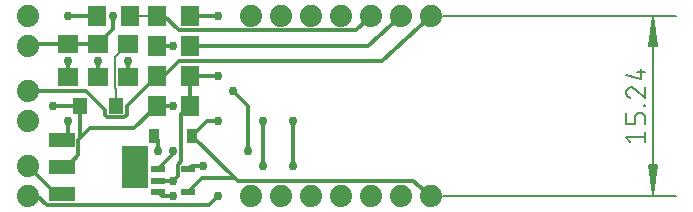
<source format=gbr>
G04 EAGLE Gerber RS-274X export*
G75*
%MOMM*%
%FSLAX34Y34*%
%LPD*%
%INTop Copper*%
%IPPOS*%
%AMOC8*
5,1,8,0,0,1.08239X$1,22.5*%
G01*
%ADD10C,0.130000*%
%ADD11C,0.152400*%
%ADD12R,0.910000X1.220000*%
%ADD13C,1.879600*%
%ADD14R,2.235200X1.219200*%
%ADD15R,2.200000X3.600000*%
%ADD16R,1.200000X0.550000*%
%ADD17R,1.200000X1.400000*%
%ADD18R,1.600000X1.800000*%
%ADD19R,1.800000X1.600000*%
%ADD20C,0.304800*%
%ADD21C,0.756400*%


D10*
X381000Y203200D02*
X578300Y203200D01*
X578300Y50800D02*
X381000Y50800D01*
X558800Y51450D02*
X558800Y202550D01*
X555608Y177200D01*
X561992Y177200D01*
X558800Y202550D01*
X557500Y177200D01*
X560100Y177200D02*
X558800Y202550D01*
X556200Y177200D01*
X561400Y177200D02*
X558800Y202550D01*
X555608Y76800D02*
X558800Y51450D01*
X555608Y76800D02*
X561992Y76800D01*
X558800Y51450D01*
X557500Y76800D01*
X560100Y76800D02*
X558800Y51450D01*
X556200Y76800D01*
X561400Y76800D02*
X558800Y51450D01*
D11*
X539649Y95941D02*
X536037Y100457D01*
X552293Y100457D01*
X552293Y104972D02*
X552293Y95941D01*
X552293Y111573D02*
X552293Y116991D01*
X552291Y117109D01*
X552285Y117227D01*
X552276Y117345D01*
X552262Y117462D01*
X552245Y117579D01*
X552224Y117696D01*
X552199Y117811D01*
X552170Y117926D01*
X552137Y118040D01*
X552101Y118152D01*
X552061Y118263D01*
X552018Y118373D01*
X551971Y118482D01*
X551921Y118589D01*
X551866Y118694D01*
X551809Y118797D01*
X551748Y118898D01*
X551684Y118998D01*
X551617Y119095D01*
X551547Y119190D01*
X551473Y119282D01*
X551397Y119373D01*
X551317Y119460D01*
X551235Y119545D01*
X551150Y119627D01*
X551063Y119707D01*
X550972Y119783D01*
X550880Y119857D01*
X550785Y119927D01*
X550688Y119994D01*
X550588Y120058D01*
X550487Y120119D01*
X550384Y120176D01*
X550279Y120231D01*
X550172Y120281D01*
X550063Y120328D01*
X549953Y120371D01*
X549842Y120411D01*
X549730Y120447D01*
X549616Y120480D01*
X549501Y120509D01*
X549386Y120534D01*
X549269Y120555D01*
X549152Y120572D01*
X549035Y120586D01*
X548917Y120595D01*
X548799Y120601D01*
X548681Y120603D01*
X548681Y120604D02*
X546874Y120604D01*
X546874Y120603D02*
X546756Y120601D01*
X546638Y120595D01*
X546520Y120586D01*
X546403Y120572D01*
X546286Y120555D01*
X546169Y120534D01*
X546054Y120509D01*
X545939Y120480D01*
X545825Y120447D01*
X545713Y120411D01*
X545602Y120371D01*
X545492Y120328D01*
X545383Y120281D01*
X545276Y120231D01*
X545171Y120176D01*
X545068Y120119D01*
X544967Y120058D01*
X544867Y119994D01*
X544770Y119927D01*
X544675Y119857D01*
X544583Y119783D01*
X544492Y119707D01*
X544405Y119627D01*
X544320Y119545D01*
X544238Y119460D01*
X544158Y119373D01*
X544082Y119282D01*
X544008Y119190D01*
X543938Y119095D01*
X543871Y118998D01*
X543807Y118898D01*
X543746Y118797D01*
X543689Y118694D01*
X543634Y118589D01*
X543584Y118482D01*
X543537Y118373D01*
X543494Y118263D01*
X543454Y118152D01*
X543418Y118040D01*
X543385Y117926D01*
X543356Y117811D01*
X543331Y117696D01*
X543310Y117579D01*
X543293Y117462D01*
X543279Y117345D01*
X543270Y117227D01*
X543264Y117109D01*
X543262Y116991D01*
X543262Y111573D01*
X536037Y111573D01*
X536037Y120604D01*
X551390Y126578D02*
X552293Y126578D01*
X551390Y126578D02*
X551390Y127481D01*
X552293Y127481D01*
X552293Y126578D01*
X540101Y142487D02*
X539976Y142485D01*
X539851Y142479D01*
X539726Y142470D01*
X539602Y142456D01*
X539478Y142439D01*
X539354Y142418D01*
X539232Y142393D01*
X539110Y142364D01*
X538989Y142332D01*
X538869Y142296D01*
X538750Y142256D01*
X538633Y142213D01*
X538517Y142166D01*
X538402Y142115D01*
X538290Y142061D01*
X538178Y142003D01*
X538069Y141943D01*
X537962Y141878D01*
X537856Y141811D01*
X537753Y141740D01*
X537652Y141666D01*
X537553Y141589D01*
X537457Y141509D01*
X537363Y141426D01*
X537272Y141341D01*
X537183Y141252D01*
X537098Y141161D01*
X537015Y141067D01*
X536935Y140971D01*
X536858Y140872D01*
X536784Y140771D01*
X536713Y140668D01*
X536646Y140562D01*
X536581Y140455D01*
X536521Y140346D01*
X536463Y140234D01*
X536409Y140122D01*
X536358Y140007D01*
X536311Y139891D01*
X536268Y139774D01*
X536228Y139655D01*
X536192Y139535D01*
X536160Y139414D01*
X536131Y139292D01*
X536106Y139170D01*
X536085Y139046D01*
X536068Y138922D01*
X536054Y138798D01*
X536045Y138673D01*
X536039Y138548D01*
X536037Y138423D01*
X536039Y138280D01*
X536045Y138138D01*
X536055Y137995D01*
X536068Y137853D01*
X536086Y137712D01*
X536107Y137570D01*
X536132Y137430D01*
X536161Y137290D01*
X536194Y137151D01*
X536231Y137013D01*
X536271Y136876D01*
X536315Y136741D01*
X536363Y136606D01*
X536415Y136473D01*
X536470Y136341D01*
X536529Y136211D01*
X536591Y136083D01*
X536657Y135956D01*
X536726Y135831D01*
X536798Y135708D01*
X536874Y135587D01*
X536953Y135469D01*
X537036Y135352D01*
X537121Y135238D01*
X537210Y135126D01*
X537301Y135017D01*
X537396Y134910D01*
X537493Y134805D01*
X537594Y134704D01*
X537697Y134605D01*
X537802Y134509D01*
X537911Y134416D01*
X538022Y134326D01*
X538135Y134239D01*
X538250Y134155D01*
X538368Y134075D01*
X538488Y133997D01*
X538610Y133923D01*
X538734Y133853D01*
X538860Y133785D01*
X538988Y133722D01*
X539117Y133661D01*
X539248Y133604D01*
X539380Y133551D01*
X539514Y133502D01*
X539649Y133456D01*
X543262Y141132D02*
X543170Y141226D01*
X543076Y141316D01*
X542979Y141404D01*
X542879Y141489D01*
X542777Y141571D01*
X542672Y141649D01*
X542565Y141725D01*
X542456Y141797D01*
X542345Y141866D01*
X542231Y141932D01*
X542116Y141994D01*
X541999Y142053D01*
X541880Y142108D01*
X541760Y142159D01*
X541638Y142207D01*
X541515Y142252D01*
X541391Y142292D01*
X541265Y142329D01*
X541138Y142362D01*
X541011Y142391D01*
X540882Y142417D01*
X540753Y142438D01*
X540623Y142456D01*
X540493Y142469D01*
X540363Y142479D01*
X540232Y142485D01*
X540101Y142487D01*
X543262Y141133D02*
X552293Y133456D01*
X552293Y142487D01*
X548681Y149087D02*
X536037Y152700D01*
X548681Y149087D02*
X548681Y158119D01*
X552293Y155409D02*
X545068Y155409D01*
D12*
X168775Y101600D03*
X136025Y101600D03*
D13*
X370840Y203200D03*
X345440Y203200D03*
X320040Y203200D03*
X294640Y203200D03*
X269240Y203200D03*
X243840Y203200D03*
X218440Y203200D03*
X370840Y50800D03*
X345440Y50800D03*
X320040Y50800D03*
X294640Y50800D03*
X269240Y50800D03*
X243840Y50800D03*
X218440Y50800D03*
X29210Y139700D03*
X29210Y114300D03*
X29210Y76200D03*
X29210Y50800D03*
D14*
X57912Y98044D03*
X57912Y74930D03*
X57912Y51816D03*
D15*
X119890Y74930D03*
D16*
X139399Y73000D03*
X139399Y63500D03*
X139399Y54000D03*
X165401Y54000D03*
X165401Y73000D03*
D17*
X73900Y127000D03*
X103900Y127000D03*
D18*
X166400Y177800D03*
X138400Y177800D03*
D13*
X29210Y203200D03*
X29210Y177800D03*
D18*
X166400Y152400D03*
X138400Y152400D03*
X166400Y203200D03*
X138400Y203200D03*
X115600Y203200D03*
X87600Y203200D03*
D19*
X114300Y151100D03*
X114300Y179100D03*
X88900Y151100D03*
X88900Y179100D03*
X63500Y151100D03*
X63500Y179100D03*
D18*
X138400Y127000D03*
X166400Y127000D03*
D20*
X166400Y152400D01*
X166400Y203200D02*
X190500Y203200D01*
X190500Y152400D02*
X166400Y152400D01*
D21*
X190500Y203200D03*
X190500Y152400D03*
D20*
X166400Y127000D02*
X159400Y120000D01*
X37346Y50800D02*
X29210Y50800D01*
X37346Y50800D02*
X45474Y42672D01*
X182372Y42672D01*
D21*
X101600Y203200D03*
D20*
X139399Y63500D02*
X152400Y63500D01*
X156353Y67453D01*
X159400Y80060D02*
X159400Y120000D01*
X156353Y77013D02*
X156353Y67453D01*
X156353Y77013D02*
X159400Y80060D01*
X190500Y50800D02*
X182372Y42672D01*
D21*
X190500Y50800D03*
D20*
X88900Y179100D02*
X101600Y191800D01*
X101600Y203200D01*
X88900Y179100D02*
X63500Y179100D01*
X30510Y179100D01*
X29210Y177800D01*
D21*
X152400Y63500D03*
X63500Y203200D03*
D20*
X355854Y63246D02*
X370840Y50800D01*
X355854Y63246D02*
X207129Y63246D01*
X205038Y65338D02*
X168775Y101600D01*
X73900Y99795D02*
X73900Y127000D01*
X73900Y99795D02*
X72216Y98111D01*
X72216Y84916D01*
X62230Y74930D02*
X57912Y74930D01*
X62230Y74930D02*
X72216Y84916D01*
X73900Y127000D02*
X50800Y127000D01*
X73900Y99795D02*
X81989Y107884D01*
X119284Y107884D02*
X138400Y127000D01*
X119284Y107884D02*
X81989Y107884D01*
D21*
X50800Y127000D03*
D20*
X138400Y127000D02*
X152400Y127000D01*
X168775Y101600D02*
X181475Y114300D01*
X190500Y114300D01*
D21*
X152400Y127000D03*
X190500Y114300D03*
D20*
X176739Y65338D02*
X165401Y54000D01*
X205038Y65338D02*
X207129Y63246D01*
X205038Y65338D02*
X176739Y65338D01*
X87600Y203200D02*
X63500Y203200D01*
D21*
X63500Y165100D03*
D20*
X63500Y151100D01*
X139399Y54000D02*
X142599Y50800D01*
X152400Y50800D01*
D21*
X152400Y50800D03*
X254000Y76200D03*
D20*
X254000Y114300D01*
D21*
X254000Y114300D03*
D11*
X103900Y141267D02*
X103014Y142153D01*
X103900Y141267D02*
X103900Y127000D01*
X103014Y167814D02*
X114300Y179100D01*
X103014Y167814D02*
X103014Y142153D01*
D20*
X152400Y86001D02*
X139399Y73000D01*
X152400Y86001D02*
X152400Y88900D01*
D21*
X152400Y88900D03*
X215900Y88900D03*
D20*
X114300Y151100D02*
X114300Y165100D01*
D21*
X114300Y165100D03*
X203200Y139700D03*
D20*
X215900Y127000D01*
X215900Y88900D01*
X168601Y76200D02*
X165401Y73000D01*
X168601Y76200D02*
X177800Y76200D01*
D21*
X177800Y76200D03*
X228600Y76200D03*
D20*
X228600Y114300D01*
D21*
X228600Y114300D03*
D20*
X88900Y151100D02*
X88900Y165100D01*
D21*
X88900Y165100D03*
D20*
X136025Y101600D02*
X139700Y97925D01*
X139700Y88900D01*
D21*
X139700Y88900D03*
D11*
X138400Y203200D02*
X115600Y203200D01*
D20*
X138400Y203200D02*
X145090Y203200D01*
X307594Y190754D02*
X320040Y203200D01*
X307594Y190754D02*
X157536Y190754D01*
X145090Y203200D01*
X166400Y177800D02*
X317500Y177800D01*
X345440Y203200D01*
X145090Y152400D02*
X138400Y152400D01*
X145090Y152400D02*
X157138Y164448D01*
X329548Y164448D02*
X370840Y203200D01*
X329548Y164448D02*
X157138Y164448D01*
X112948Y118738D02*
X111163Y116952D01*
X96638Y116952D01*
X94852Y118738D01*
X112948Y126948D02*
X138400Y152400D01*
X112948Y126948D02*
X112948Y118738D01*
X94852Y118738D02*
X94852Y123359D01*
X78511Y139700D01*
X29210Y139700D01*
X63500Y103632D02*
X57912Y98044D01*
X63500Y103632D02*
X63500Y114300D01*
D21*
X63500Y114300D03*
D20*
X138400Y177800D02*
X152400Y177800D01*
D21*
X152400Y177800D03*
D20*
X29210Y76200D02*
X53594Y51816D01*
X57912Y51816D01*
M02*

</source>
